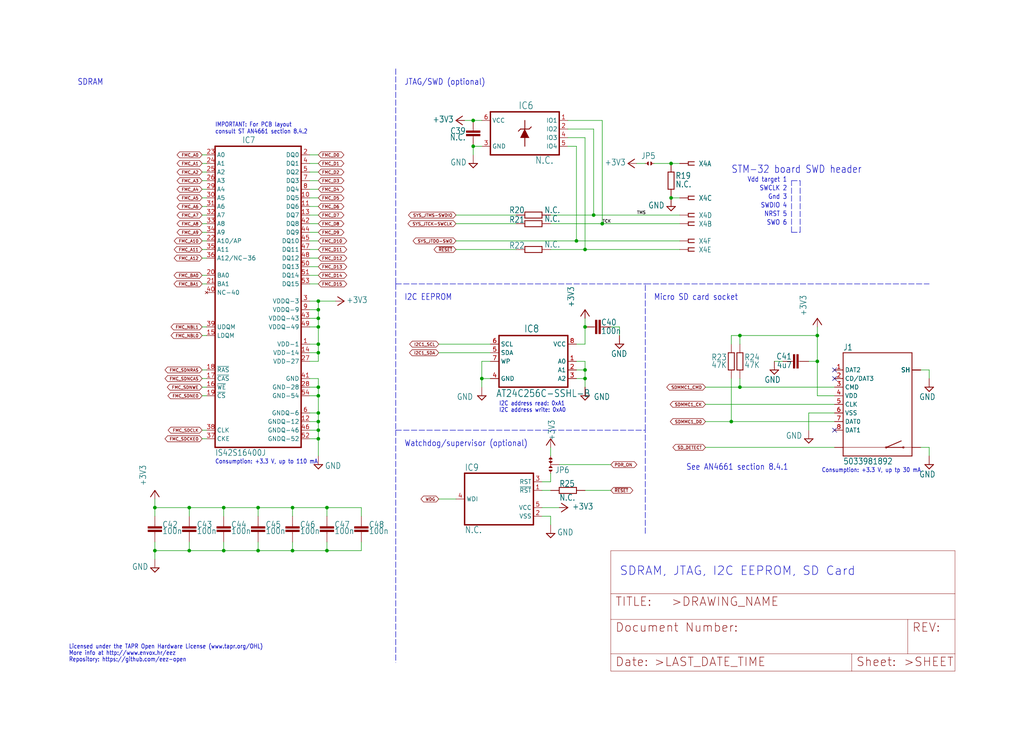
<source format=kicad_sch>
(kicad_sch (version 20211123) (generator eeschema)
  (paper "User" 302.311 218.491)
  (lib_symbols
    (symbol "EEZ_DIB_MCU_r3B4-eagle-import:+3V3" (power)
      (property "Value" "+3V3" (at -2.54 -5.08 90))
      (symbol "+3V3_1_0"
        (pin power_in line (at 0 -2.54 90) (length 2.54) (name "+3V3") (number "1"))
      )
    )
    (symbol "EEZ_DIB_MCU_r3B4-eagle-import:5033981892D&M"
      (property "Reference" "J" (at -10.16 15.875 0))
      (property "Value" "5033981892D&M" (at -10.16 -17.78 0))
      (symbol "5033981892D&M_1_0"
        (pin passive line (at -12.7 10.16 0) (length 2.54) (name "DAT2") (number "1"))
        (pin passive line (at -12.7 7.62 0) (length 2.54) (name "CD/DAT3") (number "2"))
        (pin passive line (at -12.7 5.08 0) (length 2.54) (name "CMD") (number "3"))
        (pin power_in line (at -12.7 2.54 0) (length 2.54) (name "VDD") (number "4"))
        (pin passive line (at -12.7 0 0) (length 2.54) (name "CLK") (number "5"))
        (pin power_in line (at -12.7 -2.54 0) (length 2.54) (name "VSS") (number "6"))
        (pin passive line (at -12.7 -5.08 0) (length 2.54) (name "DAT0") (number "7"))
        (pin passive line (at -12.7 -7.62 0) (length 2.54) (name "DAT1") (number "8"))
        (pin passive line (at 12.7 10.16 180) (length 2.54) (name "SH") (number "S"))
        (pin passive line (at 12.7 10.16 180) (length 2.54) (name "SH") (number "S1"))
        (pin passive line (at 12.7 10.16 180) (length 2.54) (name "SH") (number "S2"))
        (pin passive line (at 12.7 10.16 180) (length 2.54) (name "SH") (number "S3"))
        (pin passive line (at -12.7 -12.7 0) (length 2.54) (name "SW1") (number "SW1"))
        (pin passive line (at 12.7 -12.7 180) (length 2.54) (name "SW2") (number "SW2"))
      )
    )
    (symbol "EEZ_DIB_MCU_r3B4-eagle-import:AT24CXXSOIC8"
      (property "Reference" "IC" (at -5.3594 8.4836 0))
      (property "Value" "AT24CXXSOIC8" (at -5.9944 -10.5918 0))
      (symbol "AT24CXXSOIC8_1_0"
        (pin input line (at 12.7 0 180) (length 2.54) (name "A0") (number "1"))
        (pin input line (at 12.7 -2.54 180) (length 2.54) (name "A1") (number "2"))
        (pin input line (at 12.7 -5.08 180) (length 2.54) (name "A2") (number "3"))
        (pin passive line (at -12.7 -5.08 0) (length 2.54) (name "GND") (number "4"))
        (pin bidirectional line (at -12.7 2.54 0) (length 2.54) (name "SDA") (number "5"))
        (pin bidirectional line (at -12.7 5.08 0) (length 2.54) (name "SCL") (number "6"))
        (pin input line (at -12.7 0 0) (length 2.54) (name "WP") (number "7"))
        (pin power_in line (at 12.7 5.08 180) (length 2.54) (name "VCC") (number "8"))
      )
    )
    (symbol "EEZ_DIB_MCU_r3B4-eagle-import:C-EUC0603"
      (property "Reference" "C" (at 1.524 0.381 0))
      (property "Value" "C-EUC0603" (at 1.524 -4.699 0))
      (symbol "C-EUC0603_1_0"
        (pin passive line (at 0 2.54 270) (length 2.54) (name "1") (number "1"))
        (pin passive line (at 0 -5.08 90) (length 2.54) (name "2") (number "2"))
      )
    )
    (symbol "EEZ_DIB_MCU_r3B4-eagle-import:C-EUC1206"
      (property "Reference" "C" (at 1.524 0.381 0))
      (property "Value" "C-EUC1206" (at 1.524 -4.699 0))
      (symbol "C-EUC1206_1_0"
        (pin passive line (at 0 2.54 270) (length 2.54) (name "1") (number "1"))
        (pin passive line (at 0 -5.08 90) (length 2.54) (name "2") (number "2"))
      )
    )
    (symbol "EEZ_DIB_MCU_r3B4-eagle-import:DINA4_L"
      (symbol "DINA4_L_2_0"
        (text ">DRAWING_NAME" (at 17.78 19.05 0) (effects (font (size 2.54 2.54)) (justify left bottom)))
        (text ">LAST_DATE_TIME" (at 12.7 1.27 0) (effects (font (size 2.54 2.54)) (justify left bottom)))
        (text ">SHEET" (at 86.36 1.27 0) (effects (font (size 2.54 2.54)) (justify left bottom)))
        (text "Date:" (at 1.27 1.27 0) (effects (font (size 2.54 2.54)) (justify left bottom)))
        (text "Document Number:" (at 1.27 11.43 0) (effects (font (size 2.54 2.54)) (justify left bottom)))
        (text "REV:" (at 88.9 11.43 0) (effects (font (size 2.54 2.54)) (justify left bottom)))
        (text "Sheet:" (at 72.39 1.27 0) (effects (font (size 2.54 2.54)) (justify left bottom)))
        (text "TITLE:" (at 1.27 19.05 0) (effects (font (size 2.54 2.54)) (justify left bottom)))
      )
    )
    (symbol "EEZ_DIB_MCU_r3B4-eagle-import:GND" (power)
      (property "Value" "GND" (at -1.905 -3.175 0))
      (symbol "GND_1_0"
        (pin power_in line (at 0 2.54 270) (length 2.54) (name "GND") (number "1"))
      )
    )
    (symbol "EEZ_DIB_MCU_r3B4-eagle-import:IS42S16400"
      (property "Reference" "IC" (at -4.7244 44.0436 0))
      (property "Value" "IS42S16400" (at -5.3594 -48.6664 0))
      (symbol "IS42S16400_1_0"
        (pin power_in line (at 15.24 -15.24 180) (length 2.54) (name "VDD-1") (number "1"))
        (pin bidirectional line (at 15.24 27.94 180) (length 2.54) (name "DQ5") (number "10"))
        (pin bidirectional line (at 15.24 25.4 180) (length 2.54) (name "DQ6") (number "11"))
        (pin power_in line (at 15.24 -38.1 180) (length 2.54) (name "GNDQ-12") (number "12"))
        (pin bidirectional line (at 15.24 22.86 180) (length 2.54) (name "DQ7") (number "13"))
        (pin power_in line (at 15.24 -17.78 180) (length 2.54) (name "VDD-14") (number "14"))
        (pin input line (at -15.24 -12.7 0) (length 2.54) (name "LDQM") (number "15"))
        (pin input line (at -15.24 -27.94 0) (length 2.54) (name "~{WE}") (number "16"))
        (pin input line (at -15.24 -25.4 0) (length 2.54) (name "~{CAS}") (number "17"))
        (pin input line (at -15.24 -22.86 0) (length 2.54) (name "~{RAS}") (number "18"))
        (pin input line (at -15.24 -30.48 0) (length 2.54) (name "~{CS}") (number "19"))
        (pin bidirectional line (at 15.24 40.64 180) (length 2.54) (name "DQ0") (number "2"))
        (pin input line (at -15.24 5.08 0) (length 2.54) (name "BA0") (number "20"))
        (pin input line (at -15.24 2.54 0) (length 2.54) (name "BA1") (number "21"))
        (pin input line (at -15.24 15.24 0) (length 2.54) (name "A10/AP") (number "22"))
        (pin input line (at -15.24 40.64 0) (length 2.54) (name "A0") (number "23"))
        (pin input line (at -15.24 38.1 0) (length 2.54) (name "A1") (number "24"))
        (pin input line (at -15.24 35.56 0) (length 2.54) (name "A2") (number "25"))
        (pin input line (at -15.24 33.02 0) (length 2.54) (name "A3") (number "26"))
        (pin power_in line (at 15.24 -20.32 180) (length 2.54) (name "VDD-27") (number "27"))
        (pin power_in line (at 15.24 -27.94 180) (length 2.54) (name "GND-28") (number "28"))
        (pin input line (at -15.24 30.48 0) (length 2.54) (name "A4") (number "29"))
        (pin power_in line (at 15.24 -2.54 180) (length 2.54) (name "VDDQ-3") (number "3"))
        (pin input line (at -15.24 27.94 0) (length 2.54) (name "A5") (number "30"))
        (pin input line (at -15.24 25.4 0) (length 2.54) (name "A6") (number "31"))
        (pin input line (at -15.24 22.86 0) (length 2.54) (name "A7") (number "32"))
        (pin input line (at -15.24 20.32 0) (length 2.54) (name "A8") (number "33"))
        (pin input line (at -15.24 17.78 0) (length 2.54) (name "A9") (number "34"))
        (pin input line (at -15.24 12.7 0) (length 2.54) (name "A11") (number "35"))
        (pin passive line (at -15.24 10.16 0) (length 2.54) (name "A12/NC-36") (number "36"))
        (pin input line (at -15.24 -43.18 0) (length 2.54) (name "CKE") (number "37"))
        (pin input line (at -15.24 -40.64 0) (length 2.54) (name "CLK") (number "38"))
        (pin input line (at -15.24 -10.16 0) (length 2.54) (name "UDQM") (number "39"))
        (pin bidirectional line (at 15.24 38.1 180) (length 2.54) (name "DQ1") (number "4"))
        (pin no_connect line (at -15.24 0 0) (length 2.54) (name "NC-40") (number "40"))
        (pin power_in line (at 15.24 -25.4 180) (length 2.54) (name "GND") (number "41"))
        (pin bidirectional line (at 15.24 20.32 180) (length 2.54) (name "DQ8") (number "42"))
        (pin power_in line (at 15.24 -7.62 180) (length 2.54) (name "VDDQ-43") (number "43"))
        (pin bidirectional line (at 15.24 17.78 180) (length 2.54) (name "DQ9") (number "44"))
        (pin bidirectional line (at 15.24 15.24 180) (length 2.54) (name "DQ10") (number "45"))
        (pin power_in line (at 15.24 -40.64 180) (length 2.54) (name "GNDQ-46") (number "46"))
        (pin bidirectional line (at 15.24 12.7 180) (length 2.54) (name "DQ11") (number "47"))
        (pin bidirectional line (at 15.24 10.16 180) (length 2.54) (name "DQ12") (number "48"))
        (pin power_in line (at 15.24 -10.16 180) (length 2.54) (name "VDDQ-49") (number "49"))
        (pin bidirectional line (at 15.24 35.56 180) (length 2.54) (name "DQ2") (number "5"))
        (pin bidirectional line (at 15.24 7.62 180) (length 2.54) (name "DQ13") (number "50"))
        (pin bidirectional line (at 15.24 5.08 180) (length 2.54) (name "DQ14") (number "51"))
        (pin power_in line (at 15.24 -43.18 180) (length 2.54) (name "GNDQ-52") (number "52"))
        (pin bidirectional line (at 15.24 2.54 180) (length 2.54) (name "DQ15") (number "53"))
        (pin power_in line (at 15.24 -30.48 180) (length 2.54) (name "GND-54") (number "54"))
        (pin power_in line (at 15.24 -35.56 180) (length 2.54) (name "GNDQ-6") (number "6"))
        (pin bidirectional line (at 15.24 33.02 180) (length 2.54) (name "DQ3") (number "7"))
        (pin bidirectional line (at 15.24 30.48 180) (length 2.54) (name "DQ4") (number "8"))
        (pin power_in line (at 15.24 -5.08 180) (length 2.54) (name "VDDQ-9") (number "9"))
      )
    )
    (symbol "EEZ_DIB_MCU_r3B4-eagle-import:JP2-CUT"
      (property "Reference" "JP" (at -3.175 1.27 0))
      (symbol "JP2-CUT_1_0"
        (pin passive line (at 0 0 270) (length 0) (name "1") (number "1"))
        (pin passive line (at 2.54 0 270) (length 0) (name "2") (number "2"))
      )
    )
    (symbol "EEZ_DIB_MCU_r3B4-eagle-import:JP3-CUT-0805-ROTATED"
      (property "Reference" "JP" (at -3.81 3.175 0))
      (symbol "JP3-CUT-0805-ROTATED_1_0"
        (pin passive line (at 2.54 0 180) (length 2.54) (name "COM") (number "COM"))
        (pin passive line (at 0 -2.54 180) (length 0) (name "NC") (number "NC"))
        (pin passive line (at 0 2.54 180) (length 0) (name "NO") (number "NO"))
      )
    )
    (symbol "EEZ_DIB_MCU_r3B4-eagle-import:R-EU_R0805"
      (property "Reference" "R" (at -3.81 1.4986 0))
      (property "Value" "R-EU_R0805" (at -3.81 -3.302 0))
      (symbol "R-EU_R0805_1_0"
        (pin passive line (at -5.08 0 0) (length 2.54) (name "1") (number "1"))
        (pin passive line (at 5.08 0 180) (length 2.54) (name "2") (number "2"))
      )
    )
    (symbol "EEZ_DIB_MCU_r3B4-eagle-import:SSW-106-02-S-S"
      (property "Reference" "X" (at -3.048 0.762 0))
      (symbol "SSW-106-02-S-S_1_0"
        (pin passive line (at 2.54 0 180) (length 2.54) (name "1") (number "1"))
      )
      (symbol "SSW-106-02-S-S_2_0"
        (pin passive line (at 2.54 0 180) (length 2.54) (name "1") (number "2"))
      )
      (symbol "SSW-106-02-S-S_3_0"
        (pin passive line (at 2.54 0 180) (length 2.54) (name "1") (number "3"))
      )
      (symbol "SSW-106-02-S-S_4_0"
        (pin passive line (at 2.54 0 180) (length 2.54) (name "1") (number "4"))
      )
      (symbol "SSW-106-02-S-S_5_0"
        (pin passive line (at 2.54 0 180) (length 2.54) (name "1") (number "5"))
      )
      (symbol "SSW-106-02-S-S_6_0"
        (pin passive line (at 2.54 0 180) (length 2.54) (name "1") (number "6"))
      )
    )
    (symbol "EEZ_DIB_MCU_r3B4-eagle-import:STM6824"
      (property "Reference" "IC" (at -10.16 8.255 0))
      (property "Value" "STM6824" (at -10.16 -10.16 0))
      (symbol "STM6824_1_0"
        (pin output line (at 12.7 2.54 180) (length 2.54) (name "~{RST}") (number "1"))
        (pin power_in line (at 12.7 -5.08 180) (length 2.54) (name "VSS") (number "2"))
        (pin output line (at 12.7 5.08 180) (length 2.54) (name "RST") (number "3"))
        (pin input line (at -12.7 0 0) (length 2.54) (name "WDI") (number "4"))
        (pin power_in line (at 12.7 -2.54 180) (length 2.54) (name "VCC") (number "5"))
      )
    )
    (symbol "EEZ_DIB_MCU_r3B4-eagle-import:TPD4E001-DRL"
      (property "Reference" "IC" (at -5.207 5.7912 0))
      (property "Value" "TPD4E001-DRL" (at -6.0452 -10.3378 0))
      (symbol "TPD4E001-DRL_1_0"
        (pin bidirectional line (at -12.7 2.54 0) (length 2.54) (name "IO1") (number "1"))
        (pin bidirectional line (at -12.7 0 0) (length 2.54) (name "IO2") (number "2"))
        (pin power_in line (at 12.7 -5.08 180) (length 2.54) (name "GND") (number "3"))
        (pin bidirectional line (at -12.7 -2.54 0) (length 2.54) (name "IO3") (number "4"))
        (pin bidirectional line (at -12.7 -5.08 0) (length 2.54) (name "IO4") (number "5"))
        (pin passive line (at 12.7 2.54 180) (length 2.54) (name "VCC") (number "6"))
      )
    )
  )
  (junction (at 93.98 91.44))
  (junction (at 172.72 109.22))
  (junction (at 93.98 129.54))
  (junction (at 66.04 149.86))
  (junction (at 172.72 96.52))
  (junction (at 142.24 111.76))
  (junction (at 93.98 96.52))
  (junction (at 218.44 114.3))
  (junction (at 86.36 162.56))
  (junction (at 93.98 127))
  (junction (at 177.8 66.04))
  (junction (at 96.52 162.56))
  (junction (at 139.7 43.18))
  (junction (at 76.2 162.56))
  (junction (at 93.98 88.9))
  (junction (at 55.88 149.86))
  (junction (at 198.12 58.42))
  (junction (at 170.18 71.12))
  (junction (at 241.3 106.68))
  (junction (at 93.98 114.3))
  (junction (at 93.98 116.84))
  (junction (at 215.9 124.46))
  (junction (at 172.72 111.76))
  (junction (at 55.88 162.56))
  (junction (at 198.12 48.26))
  (junction (at 93.98 93.98))
  (junction (at 93.98 101.6))
  (junction (at 172.72 73.66))
  (junction (at 93.98 104.14))
  (junction (at 139.7 35.56))
  (junction (at 241.3 99.06))
  (junction (at 175.26 63.5))
  (junction (at 93.98 121.92))
  (junction (at 96.52 149.86))
  (junction (at 66.04 162.56))
  (junction (at 93.98 124.46))
  (junction (at 218.44 99.06))
  (junction (at 86.36 149.86))
  (junction (at 45.72 162.56))
  (junction (at 76.2 149.86))
  (junction (at 45.72 149.86))
  (no_connect (at 246.38 127))
  (no_connect (at 246.38 111.76))
  (no_connect (at 246.38 109.22))
  (wire (pts (xy 93.98 129.54) (xy 91.44 129.54)))
  (polyline (pts (xy 233.68 68.58) (xy 236.22 68.58)))
  (wire (pts (xy 172.72 73.66) (xy 162.56 73.66)))
  (wire (pts (xy 91.44 73.66) (xy 93.98 73.66)))
  (wire (pts (xy 200.66 63.5) (xy 175.26 63.5)))
  (wire (pts (xy 60.96 129.54) (xy 59.69 129.54)))
  (wire (pts (xy 91.44 111.76) (xy 93.98 111.76)))
  (wire (pts (xy 55.88 162.56) (xy 66.04 162.56)))
  (wire (pts (xy 60.96 109.22) (xy 59.69 109.22)))
  (wire (pts (xy 91.44 60.96) (xy 93.98 60.96)))
  (wire (pts (xy 160.02 144.78) (xy 162.56 144.78)))
  (wire (pts (xy 91.44 50.8) (xy 93.98 50.8)))
  (wire (pts (xy 172.72 109.22) (xy 172.72 111.76)))
  (wire (pts (xy 93.98 93.98) (xy 93.98 96.52)))
  (wire (pts (xy 177.8 35.56) (xy 177.8 66.04)))
  (wire (pts (xy 96.52 149.86) (xy 96.52 152.4)))
  (wire (pts (xy 200.66 73.66) (xy 172.72 73.66)))
  (wire (pts (xy 60.96 81.28) (xy 59.69 81.28)))
  (wire (pts (xy 60.96 99.06) (xy 59.69 99.06)))
  (wire (pts (xy 76.2 162.56) (xy 76.2 160.02)))
  (wire (pts (xy 91.44 53.34) (xy 93.98 53.34)))
  (wire (pts (xy 45.72 149.86) (xy 55.88 149.86)))
  (wire (pts (xy 152.4 63.5) (xy 134.62 63.5)))
  (wire (pts (xy 218.44 99.06) (xy 215.9 99.06)))
  (wire (pts (xy 180.34 96.52) (xy 182.88 96.52)))
  (wire (pts (xy 91.44 116.84) (xy 93.98 116.84)))
  (wire (pts (xy 76.2 152.4) (xy 76.2 149.86)))
  (wire (pts (xy 59.69 76.2) (xy 60.96 76.2)))
  (wire (pts (xy 172.72 144.78) (xy 180.34 144.78)))
  (wire (pts (xy 246.38 116.84) (xy 241.3 116.84)))
  (wire (pts (xy 106.68 162.56) (xy 106.68 160.02)))
  (wire (pts (xy 91.44 114.3) (xy 93.98 114.3)))
  (wire (pts (xy 91.44 81.28) (xy 93.98 81.28)))
  (wire (pts (xy 91.44 93.98) (xy 93.98 93.98)))
  (wire (pts (xy 246.38 132.08) (xy 208.28 132.08)))
  (wire (pts (xy 93.98 101.6) (xy 93.98 104.14)))
  (wire (pts (xy 172.72 40.64) (xy 172.72 73.66)))
  (polyline (pts (xy 116.84 83.82) (xy 116.84 127)))
  (wire (pts (xy 76.2 149.86) (xy 86.36 149.86)))
  (wire (pts (xy 93.98 124.46) (xy 93.98 127)))
  (wire (pts (xy 60.96 96.52) (xy 59.69 96.52)))
  (wire (pts (xy 86.36 152.4) (xy 86.36 149.86)))
  (wire (pts (xy 218.44 101.6) (xy 218.44 99.06)))
  (wire (pts (xy 91.44 121.92) (xy 93.98 121.92)))
  (wire (pts (xy 93.98 88.9) (xy 93.98 91.44)))
  (wire (pts (xy 96.52 162.56) (xy 96.52 160.02)))
  (wire (pts (xy 91.44 55.88) (xy 93.98 55.88)))
  (wire (pts (xy 59.69 58.42) (xy 60.96 58.42)))
  (wire (pts (xy 59.69 71.12) (xy 60.96 71.12)))
  (wire (pts (xy 142.24 106.68) (xy 144.78 106.68)))
  (wire (pts (xy 200.66 66.04) (xy 177.8 66.04)))
  (wire (pts (xy 177.8 66.04) (xy 162.56 66.04)))
  (wire (pts (xy 91.44 127) (xy 93.98 127)))
  (wire (pts (xy 55.88 149.86) (xy 66.04 149.86)))
  (wire (pts (xy 86.36 149.86) (xy 96.52 149.86)))
  (wire (pts (xy 91.44 63.5) (xy 93.98 63.5)))
  (wire (pts (xy 200.66 71.12) (xy 170.18 71.12)))
  (wire (pts (xy 246.38 121.92) (xy 238.76 121.92)))
  (wire (pts (xy 45.72 149.86) (xy 45.72 147.32)))
  (wire (pts (xy 172.72 101.6) (xy 170.18 101.6)))
  (wire (pts (xy 200.66 58.42) (xy 198.12 58.42)))
  (wire (pts (xy 93.98 96.52) (xy 93.98 101.6)))
  (wire (pts (xy 66.04 162.56) (xy 66.04 160.02)))
  (wire (pts (xy 170.18 71.12) (xy 134.62 71.12)))
  (wire (pts (xy 59.69 68.58) (xy 60.96 68.58)))
  (wire (pts (xy 193.04 48.26) (xy 198.12 48.26)))
  (wire (pts (xy 142.24 111.76) (xy 142.24 114.3)))
  (polyline (pts (xy 190.5 127) (xy 190.5 83.82)))
  (wire (pts (xy 218.44 111.76) (xy 218.44 114.3)))
  (wire (pts (xy 93.98 116.84) (xy 93.98 121.92)))
  (wire (pts (xy 129.54 147.32) (xy 134.62 147.32)))
  (wire (pts (xy 93.98 88.9) (xy 99.06 88.9)))
  (wire (pts (xy 139.7 35.56) (xy 137.16 35.56)))
  (wire (pts (xy 96.52 149.86) (xy 106.68 149.86)))
  (wire (pts (xy 144.78 104.14) (xy 129.54 104.14)))
  (wire (pts (xy 91.44 104.14) (xy 93.98 104.14)))
  (wire (pts (xy 218.44 114.3) (xy 208.28 114.3)))
  (wire (pts (xy 190.5 48.26) (xy 187.96 48.26)))
  (wire (pts (xy 93.98 104.14) (xy 93.98 106.68)))
  (wire (pts (xy 172.72 114.3) (xy 172.72 111.76)))
  (polyline (pts (xy 190.5 157.48) (xy 190.5 127)))
  (wire (pts (xy 241.3 106.68) (xy 241.3 99.06)))
  (wire (pts (xy 142.24 43.18) (xy 139.7 43.18)))
  (wire (pts (xy 66.04 152.4) (xy 66.04 149.86)))
  (wire (pts (xy 86.36 162.56) (xy 96.52 162.56)))
  (wire (pts (xy 172.72 93.98) (xy 172.72 96.52)))
  (wire (pts (xy 162.56 142.24) (xy 160.02 142.24)))
  (wire (pts (xy 182.88 99.06) (xy 182.88 96.52)))
  (wire (pts (xy 215.9 99.06) (xy 215.9 101.6)))
  (wire (pts (xy 144.78 111.76) (xy 142.24 111.76)))
  (polyline (pts (xy 236.22 68.58) (xy 236.22 53.34)))
  (wire (pts (xy 91.44 48.26) (xy 93.98 48.26)))
  (wire (pts (xy 170.18 106.68) (xy 172.72 106.68)))
  (wire (pts (xy 144.78 101.6) (xy 129.54 101.6)))
  (polyline (pts (xy 116.84 127) (xy 190.5 127)))
  (wire (pts (xy 60.96 116.84) (xy 59.69 116.84)))
  (wire (pts (xy 139.7 43.18) (xy 139.7 45.72)))
  (wire (pts (xy 93.98 114.3) (xy 93.98 116.84)))
  (wire (pts (xy 93.98 127) (xy 93.98 129.54)))
  (wire (pts (xy 175.26 63.5) (xy 162.56 63.5)))
  (wire (pts (xy 106.68 149.86) (xy 106.68 152.4)))
  (wire (pts (xy 60.96 83.82) (xy 59.69 83.82)))
  (wire (pts (xy 55.88 162.56) (xy 55.88 160.02)))
  (wire (pts (xy 93.98 134.62) (xy 93.98 129.54)))
  (wire (pts (xy 91.44 124.46) (xy 93.98 124.46)))
  (wire (pts (xy 238.76 121.92) (xy 238.76 127)))
  (wire (pts (xy 160.02 152.4) (xy 162.56 152.4)))
  (wire (pts (xy 86.36 162.56) (xy 86.36 160.02)))
  (wire (pts (xy 55.88 152.4) (xy 55.88 149.86)))
  (wire (pts (xy 91.44 76.2) (xy 93.98 76.2)))
  (wire (pts (xy 59.69 45.72) (xy 60.96 45.72)))
  (wire (pts (xy 218.44 99.06) (xy 241.3 99.06)))
  (polyline (pts (xy 190.5 83.82) (xy 274.32 83.82)))
  (wire (pts (xy 172.72 106.68) (xy 172.72 109.22)))
  (wire (pts (xy 172.72 111.76) (xy 170.18 111.76)))
  (wire (pts (xy 165.1 149.86) (xy 160.02 149.86)))
  (wire (pts (xy 91.44 91.44) (xy 93.98 91.44)))
  (wire (pts (xy 45.72 165.1) (xy 45.72 162.56)))
  (wire (pts (xy 142.24 106.68) (xy 142.24 111.76)))
  (wire (pts (xy 241.3 99.06) (xy 241.3 96.52)))
  (wire (pts (xy 45.72 152.4) (xy 45.72 149.86)))
  (wire (pts (xy 91.44 68.58) (xy 93.98 68.58)))
  (wire (pts (xy 60.96 114.3) (xy 59.69 114.3)))
  (wire (pts (xy 59.69 48.26) (xy 60.96 48.26)))
  (wire (pts (xy 66.04 149.86) (xy 76.2 149.86)))
  (wire (pts (xy 274.32 111.76) (xy 274.32 109.22)))
  (wire (pts (xy 59.69 53.34) (xy 60.96 53.34)))
  (wire (pts (xy 59.69 50.8) (xy 60.96 50.8)))
  (wire (pts (xy 59.69 63.5) (xy 60.96 63.5)))
  (wire (pts (xy 91.44 78.74) (xy 93.98 78.74)))
  (wire (pts (xy 60.96 111.76) (xy 59.69 111.76)))
  (wire (pts (xy 167.64 38.1) (xy 175.26 38.1)))
  (wire (pts (xy 66.04 162.56) (xy 76.2 162.56)))
  (wire (pts (xy 271.78 109.22) (xy 274.32 109.22)))
  (wire (pts (xy 93.98 121.92) (xy 93.98 124.46)))
  (wire (pts (xy 241.3 106.68) (xy 238.76 106.68)))
  (wire (pts (xy 274.32 132.08) (xy 274.32 134.62)))
  (wire (pts (xy 152.4 73.66) (xy 134.62 73.66)))
  (wire (pts (xy 59.69 73.66) (xy 60.96 73.66)))
  (wire (pts (xy 162.56 134.62) (xy 162.56 132.08)))
  (wire (pts (xy 152.4 66.04) (xy 134.62 66.04)))
  (wire (pts (xy 215.9 124.46) (xy 208.28 124.46)))
  (wire (pts (xy 215.9 111.76) (xy 215.9 124.46)))
  (wire (pts (xy 91.44 58.42) (xy 93.98 58.42)))
  (wire (pts (xy 45.72 162.56) (xy 45.72 160.02)))
  (wire (pts (xy 60.96 127) (xy 59.69 127)))
  (wire (pts (xy 91.44 71.12) (xy 93.98 71.12)))
  (wire (pts (xy 175.26 38.1) (xy 175.26 63.5)))
  (wire (pts (xy 91.44 45.72) (xy 93.98 45.72)))
  (wire (pts (xy 162.56 152.4) (xy 162.56 154.94)))
  (wire (pts (xy 59.69 60.96) (xy 60.96 60.96)))
  (wire (pts (xy 91.44 83.82) (xy 93.98 83.82)))
  (wire (pts (xy 91.44 96.52) (xy 93.98 96.52)))
  (wire (pts (xy 91.44 88.9) (xy 93.98 88.9)))
  (polyline (pts (xy 233.68 68.58) (xy 233.68 53.34)))
  (wire (pts (xy 167.64 35.56) (xy 177.8 35.56)))
  (wire (pts (xy 231.14 106.68) (xy 228.6 106.68)))
  (polyline (pts (xy 233.68 53.34) (xy 236.22 53.34)))
  (wire (pts (xy 142.24 35.56) (xy 139.7 35.56)))
  (polyline (pts (xy 116.84 20.32) (xy 116.84 83.82)))
  (wire (pts (xy 45.72 162.56) (xy 55.88 162.56)))
  (wire (pts (xy 172.72 96.52) (xy 172.72 101.6)))
  (polyline (pts (xy 116.84 127) (xy 116.84 195.58)))
  (wire (pts (xy 246.38 114.3) (xy 218.44 114.3)))
  (wire (pts (xy 241.3 106.68) (xy 241.3 116.84)))
  (wire (pts (xy 162.56 139.7) (xy 162.56 142.24)))
  (wire (pts (xy 167.64 40.64) (xy 172.72 40.64)))
  (wire (pts (xy 200.66 48.26) (xy 198.12 48.26)))
  (wire (pts (xy 93.98 91.44) (xy 93.98 93.98)))
  (wire (pts (xy 271.78 132.08) (xy 274.32 132.08)))
  (wire (pts (xy 165.1 137.16) (xy 180.34 137.16)))
  (wire (pts (xy 93.98 111.76) (xy 93.98 114.3)))
  (wire (pts (xy 96.52 162.56) (xy 106.68 162.56)))
  (wire (pts (xy 170.18 43.18) (xy 170.18 71.12)))
  (wire (pts (xy 59.69 55.88) (xy 60.96 55.88)))
  (wire (pts (xy 93.98 106.68) (xy 91.44 106.68)))
  (polyline (pts (xy 116.84 83.82) (xy 190.5 83.82)))
  (wire (pts (xy 91.44 66.04) (xy 93.98 66.04)))
  (wire (pts (xy 167.64 43.18) (xy 170.18 43.18)))
  (wire (pts (xy 215.9 124.46) (xy 246.38 124.46)))
  (wire (pts (xy 59.69 66.04) (xy 60.96 66.04)))
  (wire (pts (xy 170.18 109.22) (xy 172.72 109.22)))
  (wire (pts (xy 76.2 162.56) (xy 86.36 162.56)))
  (wire (pts (xy 91.44 101.6) (xy 93.98 101.6)))
  (wire (pts (xy 208.28 119.38) (xy 246.38 119.38)))
  (text "Gnd 3" (at 232.41 59.055 180) (effects (font (size 1.4224 1.209)) (justify right bottom)))
  (text "See AN4661 section 8.4.1" (at 202.565 139.065 180) (effects (font (size 1.778 1.5113)) (justify left bottom)))
  (text "SWDIO 4" (at 232.41 61.595 180) (effects (font (size 1.4224 1.209)) (justify right bottom)))
  (text "Watchdog/supervisor (optional)" (at 119.38 132.08 180) (effects (font (size 1.778 1.5113)) (justify left bottom)))
  (text "More info at http://www.envox.hr/eez" (at 20.32 193.675 180) (effects (font (size 1.27 1.0795)) (justify left bottom)))
  (text "I2C EEPROM" (at 119.38 88.9 180) (effects (font (size 1.778 1.5113)) (justify left bottom)))
  (text "SWCLK 2" (at 232.41 56.515 180) (effects (font (size 1.4224 1.209)) (justify right bottom)))
  (text "JTAG/SWD (optional)" (at 119.38 25.4 180) (effects (font (size 1.778 1.5113)) (justify left bottom)))
  (text "Consumption: +3.3 V, up tp 30 mA" (at 242.57 139.7 180) (effects (font (size 1.27 1.0795)) (justify left bottom)))
  (text "Micro SD card socket" (at 193.04 88.9 180) (effects (font (size 1.778 1.5113)) (justify left bottom)))
  (text "SWO 6" (at 232.41 66.675 180) (effects (font (size 1.4224 1.209)) (justify right bottom)))
  (text "SDRAM, JTAG, I2C EEPROM, SD Card" (at 182.88 170.18 180) (effects (font (size 2.54 2.54)) (justify left bottom)))
  (text "NRST 5" (at 232.41 64.135 180) (effects (font (size 1.4224 1.209)) (justify right bottom)))
  (text "I2C address read: 0xA1" (at 147.32 120.015 180) (effects (font (size 1.27 1.0795)) (justify left bottom)))
  (text "Licensed under the TAPR Open Hardware License (www.tapr.org/OHL)" (at 20.32 191.77 180) (effects (font (size 1.27 1.0795)) (justify left bottom)))
  (text "Repository: https://github.com/eez-open" (at 20.32 195.58 180) (effects (font (size 1.27 1.0795)) (justify left bottom)))
  (text "I2C address write: 0xA0" (at 147.32 121.92 180) (effects (font (size 1.27 1.0795)) (justify left bottom)))
  (text "IMPORTANT: For PCB layout\nconsult ST AN4661 section 8.4.2" (at 63.5 36.195 180) (effects (font (size 1.27 1.0795)) (justify left top)))
  (text "Consumption: +3.3 V, up to 110 mA" (at 63.5 137.16 180) (effects (font (size 1.27 1.0795)) (justify left bottom)))
  (text "Vdd target 1" (at 232.41 53.975 180) (effects (font (size 1.4224 1.209)) (justify right bottom)))
  (text "SDRAM" (at 22.86 25.4 180) (effects (font (size 1.778 1.5113)) (justify left bottom)))
  (text "STM-32 board SWD header" (at 215.9 51.435 180) (effects (font (size 2.1844 1.8567)) (justify left bottom)))
  (label "TMS" (at 187.96 63.5 0) (effects (font (size 0.889 0.889))))
  (label "TCK" (at 177.8 66.04 0) (effects (font (size 0.889 0.889))))
  (global_label "FMC_BA1" (shape bidirectional) (at 59.69 83.82 180) (effects (font (size 0.889 0.889))) (property "Intersheet References" "${INTERSHEET_REFS}" (effects hide)))
  (global_label "~{RESET}" (shape bidirectional) (at 134.62 73.66 180) (effects (font (size 0.889 0.889))) (property "Intersheet References" "${INTERSHEET_REFS}" (effects hide)))
  (global_label "FMC_D15" (shape bidirectional) (at 93.98 83.82 0) (effects (font (size 0.889 0.889))) (property "Intersheet References" "${INTERSHEET_REFS}" (effects hide)))
  (global_label "FMC_A6" (shape bidirectional) (at 59.69 60.96 180) (effects (font (size 0.889 0.889))) (property "Intersheet References" "${INTERSHEET_REFS}" (effects hide)))
  (global_label "FMC_A0" (shape bidirectional) (at 59.69 45.72 180) (effects (font (size 0.889 0.889))) (property "Intersheet References" "${INTERSHEET_REFS}" (effects hide)))
  (global_label "FMC_D3" (shape bidirectional) (at 93.98 53.34 0) (effects (font (size 0.889 0.889))) (property "Intersheet References" "${INTERSHEET_REFS}" (effects hide)))
  (global_label "SDMMC1_CK" (shape bidirectional) (at 208.28 119.38 180) (effects (font (size 0.889 0.889))) (property "Intersheet References" "${INTERSHEET_REFS}" (effects hide)))
  (global_label "FMC_A12" (shape bidirectional) (at 59.69 76.2 180) (effects (font (size 0.889 0.889))) (property "Intersheet References" "${INTERSHEET_REFS}" (effects hide)))
  (global_label "FMC_A4" (shape bidirectional) (at 59.69 55.88 180) (effects (font (size 0.889 0.889))) (property "Intersheet References" "${INTERSHEET_REFS}" (effects hide)))
  (global_label "FMC_SDCKE0" (shape bidirectional) (at 59.69 129.54 180) (effects (font (size 0.889 0.889))) (property "Intersheet References" "${INTERSHEET_REFS}" (effects hide)))
  (global_label "FMC_A8" (shape bidirectional) (at 59.69 66.04 180) (effects (font (size 0.889 0.889))) (property "Intersheet References" "${INTERSHEET_REFS}" (effects hide)))
  (global_label "FMC_BA0" (shape bidirectional) (at 59.69 81.28 180) (effects (font (size 0.889 0.889))) (property "Intersheet References" "${INTERSHEET_REFS}" (effects hide)))
  (global_label "FMC_D13" (shape bidirectional) (at 93.98 78.74 0) (effects (font (size 0.889 0.889))) (property "Intersheet References" "${INTERSHEET_REFS}" (effects hide)))
  (global_label "FMC_NBL1" (shape bidirectional) (at 59.69 96.52 180) (effects (font (size 0.889 0.889))) (property "Intersheet References" "${INTERSHEET_REFS}" (effects hide)))
  (global_label "FMC_NBL0" (shape bidirectional) (at 59.69 99.06 180) (effects (font (size 0.889 0.889))) (property "Intersheet References" "${INTERSHEET_REFS}" (effects hide)))
  (global_label "I2C1_SDA" (shape bidirectional) (at 129.54 104.14 180) (effects (font (size 0.889 0.889))) (property "Intersheet References" "${INTERSHEET_REFS}" (effects hide)))
  (global_label "SYS_JTMS-SWDIO" (shape bidirectional) (at 134.62 63.5 180) (effects (font (size 0.889 0.889))) (property "Intersheet References" "${INTERSHEET_REFS}" (effects hide)))
  (global_label "FMC_A5" (shape bidirectional) (at 59.69 58.42 180) (effects (font (size 0.889 0.889))) (property "Intersheet References" "${INTERSHEET_REFS}" (effects hide)))
  (global_label "FMC_A1" (shape bidirectional) (at 59.69 48.26 180) (effects (font (size 0.889 0.889))) (property "Intersheet References" "${INTERSHEET_REFS}" (effects hide)))
  (global_label "FMC_D9" (shape bidirectional) (at 93.98 68.58 0) (effects (font (size 0.889 0.889))) (property "Intersheet References" "${INTERSHEET_REFS}" (effects hide)))
  (global_label "FMC_SDNE0" (shape bidirectional) (at 59.69 116.84 180) (effects (font (size 0.889 0.889))) (property "Intersheet References" "${INTERSHEET_REFS}" (effects hide)))
  (global_label "I2C1_SCL" (shape bidirectional) (at 129.54 101.6 180) (effects (font (size 0.889 0.889))) (property "Intersheet References" "${INTERSHEET_REFS}" (effects hide)))
  (global_label "FMC_D5" (shape bidirectional) (at 93.98 58.42 0) (effects (font (size 0.889 0.889))) (property "Intersheet References" "${INTERSHEET_REFS}" (effects hide)))
  (global_label "FMC_A7" (shape bidirectional) (at 59.69 63.5 180) (effects (font (size 0.889 0.889))) (property "Intersheet References" "${INTERSHEET_REFS}" (effects hide)))
  (global_label "FMC_SDNWE" (shape bidirectional) (at 59.69 114.3 180) (effects (font (size 0.889 0.889))) (property "Intersheet References" "${INTERSHEET_REFS}" (effects hide)))
  (global_label "SYS_JTCK-SWCLK" (shape bidirectional) (at 134.62 66.04 180) (effects (font (size 0.889 0.889))) (property "Intersheet References" "${INTERSHEET_REFS}" (effects hide)))
  (global_label "FMC_SDNCAS" (shape bidirectional) (at 59.69 111.76 180) (effects (font (size 0.889 0.889))) (property "Intersheet References" "${INTERSHEET_REFS}" (effects hide)))
  (global_label "SDMMC1_D0" (shape bidirectional) (at 208.28 124.46 180) (effects (font (size 0.889 0.889))) (property "Intersheet References" "${INTERSHEET_REFS}" (effects hide)))
  (global_label "FMC_D14" (shape bidirectional) (at 93.98 81.28 0) (effects (font (size 0.889 0.889))) (property "Intersheet References" "${INTERSHEET_REFS}" (effects hide)))
  (global_label "FMC_A10" (shape bidirectional) (at 59.69 71.12 180) (effects (font (size 0.889 0.889))) (property "Intersheet References" "${INTERSHEET_REFS}" (effects hide)))
  (global_label "FMC_D4" (shape bidirectional) (at 93.98 55.88 0) (effects (font (size 0.889 0.889))) (property "Intersheet References" "${INTERSHEET_REFS}" (effects hide)))
  (global_label "FMC_A11" (shape bidirectional) (at 59.69 73.66 180) (effects (font (size 0.889 0.889))) (property "Intersheet References" "${INTERSHEET_REFS}" (effects hide)))
  (global_label "FMC_D11" (shape bidirectional) (at 93.98 73.66 0) (effects (font (size 0.889 0.889))) (property "Intersheet References" "${INTERSHEET_REFS}" (effects hide)))
  (global_label "FMC_A3" (shape bidirectional) (at 59.69 53.34 180) (effects (font (size 0.889 0.889))) (property "Intersheet References" "${INTERSHEET_REFS}" (effects hide)))
  (global_label "FMC_SDNRAS" (shape bidirectional) (at 59.69 109.22 180) (effects (font (size 0.889 0.889))) (property "Intersheet References" "${INTERSHEET_REFS}" (effects hide)))
  (global_label "SYS_JTDO-SWO" (shape bidirectional) (at 134.62 71.12 180) (effects (font (size 0.889 0.889))) (property "Intersheet References" "${INTERSHEET_REFS}" (effects hide)))
  (global_label "PDR_ON" (shape bidirectional) (at 180.34 137.16 0) (effects (font (size 0.889 0.889))) (property "Intersheet References" "${INTERSHEET_REFS}" (effects hide)))
  (global_label "FMC_D1" (shape bidirectional) (at 93.98 48.26 0) (effects (font (size 0.889 0.889))) (property "Intersheet References" "${INTERSHEET_REFS}" (effects hide)))
  (global_label "FMC_D8" (shape bidirectional) (at 93.98 66.04 0) (effects (font (size 0.889 0.889))) (property "Intersheet References" "${INTERSHEET_REFS}" (effects hide)))
  (global_label "FMC_A2" (shape bidirectional) (at 59.69 50.8 180) (effects (font (size 0.889 0.889))) (property "Intersheet References" "${INTERSHEET_REFS}" (effects hide)))
  (global_label "FMC_SDCLK" (shape bidirectional) (at 59.69 127 180) (effects (font (size 0.889 0.889))) (property "Intersheet References" "${INTERSHEET_REFS}" (effects hide)))
  (global_label "FMC_D7" (shape bidirectional) (at 93.98 63.5 0) (effects (font (size 0.889 0.889))) (property "Intersheet References" "${INTERSHEET_REFS}" (effects hide)))
  (global_label "SDMMC1_CMD" (shape bidirectional) (at 208.28 114.3 180) (effects (font (size 0.889 0.889))) (property "Intersheet References" "${INTERSHEET_REFS}" (effects hide)))
  (global_label "FMC_D6" (shape bidirectional) (at 93.98 60.96 0) (effects (font (size 0.889 0.889))) (property "Intersheet References" "${INTERSHEET_REFS}" (effects hide)))
  (global_label "FMC_A9" (shape bidirectional) (at 59.69 68.58 180) (effects (font (size 0.889 0.889))) (property "Intersheet References" "${INTERSHEET_REFS}" (effects hide)))
  (global_label "FMC_D10" (shape bidirectional) (at 93.98 71.12 0) (effects (font (size 0.889 0.889))) (property "Intersheet References" "${INTERSHEET_REFS}" (effects hide)))
  (global_label "SD_DETECT" (shape bidirectional) (at 208.28 132.08 180) (effects (font (size 0.889 0.889))) (property "Intersheet References" "${INTERSHEET_REFS}" (effects hide)))
  (global_label "WDG" (shape bidirectional) (at 129.54 147.32 180) (effects (font (size 0.889 0.889))) (property "Intersheet References" "${INTERSHEET_REFS}" (effects hide)))
  (global_label "FMC_D0" (shape bidirectional) (at 93.98 45.72 0) (effects (font (size 0.889 0.889))) (property "Intersheet References" "${INTERSHEET_REFS}" (effects hide)))
  (global_label "FMC_D2" (shape bidirectional) (at 93.98 50.8 0) (effects (font (size 0.889 0.889))) (property "Intersheet References" "${INTERSHEET_REFS}" (effects hide)))
  (global_label "FMC_D12" (shape bidirectional) (at 93.98 76.2 0) (effects (font (size 0.889 0.889))) (property "Intersheet References" "${INTERSHEET_REFS}" (effects hide)))
  (global_label "~{RESET}" (shape bidirectional) (at 180.34 144.78 0) (effects (font (size 0.889 0.889))) (property "Intersheet References" "${INTERSHEET_REFS}" (effects hide)))
  (symbol (lib_id "EEZ_DIB_MCU_r3B4-eagle-import:GND") (at 198.12 60.96 0) (mirror y) (unit 1)
    (property "Reference" "#SUPPLY035" (effects hide))
    (property "Value" "GND" (at 196.215 61.595 0) (effects (font (size 1.778 1.5113)) (justify left bottom)))
    (property "Footprint" "EEZ_DIB_MCU_r3B4:" (effects hide))
  )
  (symbol (lib_id "EEZ_DIB_MCU_r3B4-eagle-import:+3V3") (at 101.6 88.9 270) (unit 1)
    (property "Reference" "#+3V0317" (effects hide))
    (property "Value" "+3V3" (at 102.235 89.535 90) (effects (font (size 1.778 1.5113)) (justify left bottom)))
    (property "Footprint" "EEZ_DIB_MCU_r3B4:" (effects hide))
  )
  (symbol (lib_id "EEZ_DIB_MCU_r3B4-eagle-import:SSW-106-02-S-S") (at 203.2 71.12 0) (mirror y) (unit 6)
    (property "Reference" "X4" (at 206.248 70.358 0) (effects (font (size 1.524 1.2954)) (justify right top)))
    (property "Value" "N.C." (effects hide))
    (property "Footprint" "EEZ_DIB_MCU_r3B4:SSW-106-02-S-S" (effects hide))
  )
  (symbol (lib_id "EEZ_DIB_MCU_r3B4-eagle-import:GND") (at 139.7 48.26 0) (unit 1)
    (property "Reference" "#SUPPLY034" (effects hide))
    (property "Value" "GND" (at 137.795 48.895 0) (effects (font (size 1.778 1.5113)) (justify right bottom)))
    (property "Footprint" "EEZ_DIB_MCU_r3B4:" (effects hide))
  )
  (symbol (lib_id "EEZ_DIB_MCU_r3B4-eagle-import:R-EU_R0805") (at 157.48 66.04 0) (unit 1)
    (property "Reference" "R21" (at 154.94 65.8114 0) (effects (font (size 1.778 1.5113)) (justify right bottom)))
    (property "Value" "N.C." (at 160.655 65.532 0) (effects (font (size 1.778 1.5113)) (justify left bottom)))
    (property "Footprint" "EEZ_DIB_MCU_r3B4:R0805" (effects hide))
  )
  (symbol (lib_id "EEZ_DIB_MCU_r3B4-eagle-import:+3V3") (at 185.42 48.26 90) (mirror x) (unit 1)
    (property "Reference" "#+3V0316" (effects hide))
    (property "Value" "+3V3" (at 184.785 48.895 90) (effects (font (size 1.778 1.5113)) (justify left bottom)))
    (property "Footprint" "EEZ_DIB_MCU_r3B4:" (effects hide))
  )
  (symbol (lib_id "EEZ_DIB_MCU_r3B4-eagle-import:+3V3") (at 241.3 93.98 0) (unit 1)
    (property "Reference" "#+3V0319" (effects hide))
    (property "Value" "+3V3" (at 238.125 93.345 90) (effects (font (size 1.778 1.5113)) (justify left bottom)))
    (property "Footprint" "EEZ_DIB_MCU_r3B4:" (effects hide))
  )
  (symbol (lib_id "EEZ_DIB_MCU_r3B4-eagle-import:AT24CXXSOIC8") (at 157.48 106.68 0) (unit 1)
    (property "Reference" "IC8" (at 154.6606 98.1964 0) (effects (font (size 2.0828 1.7703)) (justify left bottom)))
    (property "Value" "AT24C256C-SSHL-B" (at 146.4056 117.2718 0) (effects (font (size 2.0828 1.7703)) (justify left bottom)))
    (property "Footprint" "EEZ_DIB_MCU_r3B4:SOIC127P600X173-8N" (effects hide))
  )
  (symbol (lib_id "EEZ_DIB_MCU_r3B4-eagle-import:R-EU_R0805") (at 157.48 73.66 0) (unit 1)
    (property "Reference" "R22" (at 154.94 73.4314 0) (effects (font (size 1.778 1.5113)) (justify right bottom)))
    (property "Value" "N.C." (at 160.655 73.152 0) (effects (font (size 1.778 1.5113)) (justify left bottom)))
    (property "Footprint" "EEZ_DIB_MCU_r3B4:R0805" (effects hide))
  )
  (symbol (lib_id "EEZ_DIB_MCU_r3B4-eagle-import:GND") (at 93.98 137.16 0) (mirror y) (unit 1)
    (property "Reference" "#SUPPLY042" (effects hide))
    (property "Value" "GND" (at 95.885 136.525 0) (effects (font (size 1.778 1.5113)) (justify right top)))
    (property "Footprint" "EEZ_DIB_MCU_r3B4:" (effects hide))
  )
  (symbol (lib_id "EEZ_DIB_MCU_r3B4-eagle-import:C-EUC0603") (at 177.8 96.52 270) (unit 1)
    (property "Reference" "C40" (at 177.419 96.139 90) (effects (font (size 1.778 1.5113)) (justify left bottom)))
    (property "Value" "100n" (at 177.419 98.679 90) (effects (font (size 1.778 1.5113)) (justify left bottom)))
    (property "Footprint" "EEZ_DIB_MCU_r3B4:C0603" (effects hide))
  )
  (symbol (lib_id "EEZ_DIB_MCU_r3B4-eagle-import:SSW-106-02-S-S") (at 203.2 48.26 0) (mirror y) (unit 1)
    (property "Reference" "X4" (at 206.248 47.498 0) (effects (font (size 1.524 1.2954)) (justify right top)))
    (property "Value" "N.C." (effects hide))
    (property "Footprint" "EEZ_DIB_MCU_r3B4:SSW-106-02-S-S" (effects hide))
  )
  (symbol (lib_id "EEZ_DIB_MCU_r3B4-eagle-import:+3V3") (at 134.62 35.56 90) (mirror x) (unit 1)
    (property "Reference" "#+3V0315" (effects hide))
    (property "Value" "+3V3" (at 133.985 36.195 90) (effects (font (size 1.778 1.5113)) (justify left bottom)))
    (property "Footprint" "EEZ_DIB_MCU_r3B4:" (effects hide))
  )
  (symbol (lib_id "EEZ_DIB_MCU_r3B4-eagle-import:GND") (at 45.72 167.64 0) (mirror y) (unit 1)
    (property "Reference" "#SUPPLY045" (effects hide))
    (property "Value" "GND" (at 43.815 168.275 0) (effects (font (size 1.778 1.5113)) (justify left bottom)))
    (property "Footprint" "EEZ_DIB_MCU_r3B4:" (effects hide))
  )
  (symbol (lib_id "EEZ_DIB_MCU_r3B4-eagle-import:5033981892D&M") (at 259.08 119.38 0) (unit 1)
    (property "Reference" "J1" (at 248.92 103.505 0) (effects (font (size 1.778 1.5113)) (justify left bottom)))
    (property "Value" "5033981892" (at 248.92 137.16 0) (effects (font (size 1.778 1.5113)) (justify left bottom)))
    (property "Footprint" "EEZ_DIB_MCU_r3B4:5033981892-PCBA" (effects hide))
  )
  (symbol (lib_id "EEZ_DIB_MCU_r3B4-eagle-import:SSW-106-02-S-S") (at 203.2 73.66 0) (mirror y) (unit 5)
    (property "Reference" "X4" (at 206.248 72.898 0) (effects (font (size 1.524 1.2954)) (justify right top)))
    (property "Value" "N.C." (effects hide))
    (property "Footprint" "EEZ_DIB_MCU_r3B4:SSW-106-02-S-S" (effects hide))
  )
  (symbol (lib_id "EEZ_DIB_MCU_r3B4-eagle-import:R-EU_R0805") (at 198.12 53.34 90) (unit 1)
    (property "Reference" "R19" (at 199.39 52.832 90) (effects (font (size 1.778 1.5113)) (justify right top)))
    (property "Value" "N.C." (at 199.39 55.372 90) (effects (font (size 1.778 1.5113)) (justify right top)))
    (property "Footprint" "EEZ_DIB_MCU_r3B4:R0805" (effects hide))
  )
  (symbol (lib_id "EEZ_DIB_MCU_r3B4-eagle-import:+3V3") (at 172.72 91.44 0) (unit 1)
    (property "Reference" "#+3V0318" (effects hide))
    (property "Value" "+3V3" (at 169.545 90.805 90) (effects (font (size 1.778 1.5113)) (justify left bottom)))
    (property "Footprint" "EEZ_DIB_MCU_r3B4:" (effects hide))
  )
  (symbol (lib_id "EEZ_DIB_MCU_r3B4-eagle-import:C-EUC0603") (at 96.52 154.94 0) (unit 1)
    (property "Reference" "C47" (at 98.679 155.829 0) (effects (font (size 1.778 1.5113)) (justify left bottom)))
    (property "Value" "100n" (at 98.679 157.734 0) (effects (font (size 1.778 1.5113)) (justify left bottom)))
    (property "Footprint" "EEZ_DIB_MCU_r3B4:C0603" (effects hide))
  )
  (symbol (lib_id "EEZ_DIB_MCU_r3B4-eagle-import:GND") (at 162.56 157.48 0) (mirror y) (unit 1)
    (property "Reference" "#SUPPLY044" (effects hide))
    (property "Value" "GND" (at 164.465 158.115 0) (effects (font (size 1.778 1.5113)) (justify right bottom)))
    (property "Footprint" "EEZ_DIB_MCU_r3B4:" (effects hide))
  )
  (symbol (lib_id "EEZ_DIB_MCU_r3B4-eagle-import:DINA4_L") (at 180.34 198.12 0) (unit 2)
    (property "Reference" "#FRAME3" (effects hide))
    (property "Value" "DINA4_L" (effects hide))
    (property "Footprint" "EEZ_DIB_MCU_r3B4:" (effects hide))
  )
  (symbol (lib_id "EEZ_DIB_MCU_r3B4-eagle-import:JP3-CUT-0805-ROTATED") (at 162.56 137.16 0) (mirror x) (unit 1)
    (property "Reference" "JP6" (at 163.83 137.795 0) (effects (font (size 1.778 1.5113)) (justify left bottom)))
    (property "Value" "JP3-CUT-0805-ROTATED" (effects hide))
    (property "Footprint" "EEZ_DIB_MCU_r3B4:JP3-0805-CUT2" (effects hide))
  )
  (symbol (lib_id "EEZ_DIB_MCU_r3B4-eagle-import:C-EUC0603") (at 45.72 154.94 0) (unit 1)
    (property "Reference" "C42" (at 47.879 155.829 0) (effects (font (size 1.778 1.5113)) (justify left bottom)))
    (property "Value" "100n" (at 47.879 157.734 0) (effects (font (size 1.778 1.5113)) (justify left bottom)))
    (property "Footprint" "EEZ_DIB_MCU_r3B4:C0603" (effects hide))
  )
  (symbol (lib_id "EEZ_DIB_MCU_r3B4-eagle-import:+3V3") (at 45.72 144.78 0) (unit 1)
    (property "Reference" "#+3V0321" (effects hide))
    (property "Value" "+3V3" (at 43.18 143.51 90) (effects (font (size 1.778 1.5113)) (justify left bottom)))
    (property "Footprint" "EEZ_DIB_MCU_r3B4:" (effects hide))
  )
  (symbol (lib_id "EEZ_DIB_MCU_r3B4-eagle-import:C-EUC0603") (at 106.68 154.94 0) (unit 1)
    (property "Reference" "C48" (at 108.839 155.829 0) (effects (font (size 1.778 1.5113)) (justify left bottom)))
    (property "Value" "100n" (at 108.839 157.734 0) (effects (font (size 1.778 1.5113)) (justify left bottom)))
    (property "Footprint" "EEZ_DIB_MCU_r3B4:C0603" (effects hide))
  )
  (symbol (lib_id "EEZ_DIB_MCU_r3B4-eagle-import:SSW-106-02-S-S") (at 203.2 66.04 0) (mirror y) (unit 2)
    (property "Reference" "X4" (at 206.248 65.278 0) (effects (font (size 1.524 1.2954)) (justify right top)))
    (property "Value" "N.C." (effects hide))
    (property "Footprint" "EEZ_DIB_MCU_r3B4:SSW-106-02-S-S" (effects hide))
  )
  (symbol (lib_id "EEZ_DIB_MCU_r3B4-eagle-import:C-EUC0603") (at 55.88 154.94 0) (unit 1)
    (property "Reference" "C43" (at 58.039 155.829 0) (effects (font (size 1.778 1.5113)) (justify left bottom)))
    (property "Value" "100n" (at 58.039 157.734 0) (effects (font (size 1.778 1.5113)) (justify left bottom)))
    (property "Footprint" "EEZ_DIB_MCU_r3B4:C0603" (effects hide))
  )
  (symbol (lib_id "EEZ_DIB_MCU_r3B4-eagle-import:GND") (at 172.72 116.84 0) (unit 1)
    (property "Reference" "#SUPPLY040" (effects hide))
    (property "Value" "GND" (at 175.26 118.11 0) (effects (font (size 1.778 1.5113)) (justify left bottom)))
    (property "Footprint" "EEZ_DIB_MCU_r3B4:" (effects hide))
  )
  (symbol (lib_id "EEZ_DIB_MCU_r3B4-eagle-import:TPD4E001-DRL") (at 154.94 38.1 0) (mirror y) (unit 1)
    (property "Reference" "IC6" (at 157.607 32.3088 0) (effects (font (size 2.0828 1.7703)) (justify left bottom)))
    (property "Value" "N.C." (at 163.5252 48.4378 0) (effects (font (size 2.0828 1.7703)) (justify left bottom)))
    (property "Footprint" "EEZ_DIB_MCU_r3B4:DRL6" (effects hide))
  )
  (symbol (lib_id "EEZ_DIB_MCU_r3B4-eagle-import:STM6824") (at 147.32 147.32 0) (unit 1)
    (property "Reference" "IC9" (at 137.16 139.065 0) (effects (font (size 1.9304 1.6408)) (justify left bottom)))
    (property "Value" "N.C." (at 137.16 157.48 0) (effects (font (size 1.9304 1.6408)) (justify left bottom)))
    (property "Footprint" "EEZ_DIB_MCU_r3B4:SOT23-5L_STM" (effects hide))
  )
  (symbol (lib_id "EEZ_DIB_MCU_r3B4-eagle-import:GND") (at 274.32 114.3 0) (unit 1)
    (property "Reference" "#SUPPLY038" (effects hide))
    (property "Value" "GND" (at 276.225 116.205 0) (effects (font (size 1.778 1.5113)) (justify right top)))
    (property "Footprint" "EEZ_DIB_MCU_r3B4:" (effects hide))
  )
  (symbol (lib_id "EEZ_DIB_MCU_r3B4-eagle-import:SSW-106-02-S-S") (at 203.2 63.5 0) (mirror y) (unit 4)
    (property "Reference" "X4" (at 206.248 62.738 0) (effects (font (size 1.524 1.2954)) (justify right top)))
    (property "Value" "N.C." (effects hide))
    (property "Footprint" "EEZ_DIB_MCU_r3B4:SSW-106-02-S-S" (effects hide))
  )
  (symbol (lib_id "EEZ_DIB_MCU_r3B4-eagle-import:C-EUC0603") (at 139.7 38.1 0) (mirror y) (unit 1)
    (property "Reference" "C39" (at 137.541 39.624 0) (effects (font (size 1.778 1.5113)) (justify left bottom)))
    (property "Value" "N.C." (at 137.541 41.529 0) (effects (font (size 1.778 1.5113)) (justify left bottom)))
    (property "Footprint" "EEZ_DIB_MCU_r3B4:C0603" (effects hide))
  )
  (symbol (lib_id "EEZ_DIB_MCU_r3B4-eagle-import:R-EU_R0805") (at 218.44 106.68 270) (unit 1)
    (property "Reference" "R24" (at 219.71 106.4514 90) (effects (font (size 1.778 1.5113)) (justify left bottom)))
    (property "Value" "47K" (at 219.71 108.712 90) (effects (font (size 1.778 1.5113)) (justify left bottom)))
    (property "Footprint" "EEZ_DIB_MCU_r3B4:R0805" (effects hide))
  )
  (symbol (lib_id "EEZ_DIB_MCU_r3B4-eagle-import:GND") (at 238.76 129.54 0) (unit 1)
    (property "Reference" "#SUPPLY041" (effects hide))
    (property "Value" "GND" (at 236.855 127.635 0) (effects (font (size 1.778 1.5113)) (justify right top)))
    (property "Footprint" "EEZ_DIB_MCU_r3B4:" (effects hide))
  )
  (symbol (lib_id "EEZ_DIB_MCU_r3B4-eagle-import:C-EUC1206") (at 236.22 106.68 270) (unit 1)
    (property "Reference" "C41" (at 233.807 106.1974 90) (effects (font (size 1.778 1.5113)) (justify right bottom)))
    (property "Value" "4u7" (at 233.807 108.7374 90) (effects (font (size 1.778 1.5113)) (justify right bottom)))
    (property "Footprint" "EEZ_DIB_MCU_r3B4:C1206" (effects hide))
  )
  (symbol (lib_id "EEZ_DIB_MCU_r3B4-eagle-import:+3V3") (at 162.56 129.54 0) (unit 1)
    (property "Reference" "#+3V0320" (effects hide))
    (property "Value" "+3V3" (at 163.83 130.175 90) (effects (font (size 1.778 1.5113)) (justify left bottom)))
    (property "Footprint" "EEZ_DIB_MCU_r3B4:" (effects hide))
  )
  (symbol (lib_id "EEZ_DIB_MCU_r3B4-eagle-import:C-EUC0603") (at 76.2 154.94 0) (unit 1)
    (property "Reference" "C45" (at 78.359 155.829 0) (effects (font (size 1.778 1.5113)) (justify left bottom)))
    (property "Value" "100n" (at 78.359 157.734 0) (effects (font (size 1.778 1.5113)) (justify left bottom)))
    (property "Footprint" "EEZ_DIB_MCU_r3B4:C0603" (effects hide))
  )
  (symbol (lib_id "EEZ_DIB_MCU_r3B4-eagle-import:+3V3") (at 167.64 149.86 270) (unit 1)
    (property "Reference" "#+3V0322" (effects hide))
    (property "Value" "+3V3" (at 168.91 150.495 90) (effects (font (size 1.778 1.5113)) (justify left bottom)))
    (property "Footprint" "EEZ_DIB_MCU_r3B4:" (effects hide))
  )
  (symbol (lib_id "EEZ_DIB_MCU_r3B4-eagle-import:C-EUC0603") (at 86.36 154.94 0) (unit 1)
    (property "Reference" "C46" (at 88.519 155.829 0) (effects (font (size 1.778 1.5113)) (justify left bottom)))
    (property "Value" "100n" (at 88.519 157.734 0) (effects (font (size 1.778 1.5113)) (justify left bottom)))
    (property "Footprint" "EEZ_DIB_MCU_r3B4:C0603" (effects hide))
  )
  (symbol (lib_id "EEZ_DIB_MCU_r3B4-eagle-import:SSW-106-02-S-S") (at 203.2 58.42 0) (mirror y) (unit 3)
    (property "Reference" "X4" (at 206.248 57.658 0) (effects (font (size 1.524 1.2954)) (justify right top)))
    (property "Value" "N.C." (effects hide))
    (property "Footprint" "EEZ_DIB_MCU_r3B4:SSW-106-02-S-S" (effects hide))
  )
  (symbol (lib_id "EEZ_DIB_MCU_r3B4-eagle-import:GND") (at 182.88 101.6 0) (unit 1)
    (property "Reference" "#SUPPLY036" (effects hide))
    (property "Value" "GND" (at 180.34 105.41 0) (effects (font (size 1.778 1.5113)) (justify left bottom)))
    (property "Footprint" "EEZ_DIB_MCU_r3B4:" (effects hide))
  )
  (symbol (lib_id "EEZ_DIB_MCU_r3B4-eagle-import:GND") (at 228.6 109.22 0) (unit 1)
    (property "Reference" "#SUPPLY037" (effects hide))
    (property "Value" "GND" (at 230.505 111.125 0) (effects (font (size 1.778 1.5113)) (justify right top)))
    (property "Footprint" "EEZ_DIB_MCU_r3B4:" (effects hide))
  )
  (symbol (lib_id "EEZ_DIB_MCU_r3B4-eagle-import:IS42S16400") (at 76.2 86.36 0) (unit 1)
    (property "Reference" "IC7" (at 71.4756 42.3164 0) (effects (font (size 1.778 1.5113)) (justify left bottom)))
    (property "Value" "IS42S16400J" (at 63.5 134.62 0) (effects (font (size 1.778 1.5113)) (justify left bottom)))
    (property "Footprint" "EEZ_DIB_MCU_r3B4:TSOPII-54" (effects hide))
  )
  (symbol (lib_id "EEZ_DIB_MCU_r3B4-eagle-import:GND") (at 274.32 137.16 0) (unit 1)
    (property "Reference" "#SUPPLY043" (effects hide))
    (property "Value" "GND" (at 276.225 139.065 0) (effects (font (size 1.778 1.5113)) (justify right top)))
    (property "Footprint" "EEZ_DIB_MCU_r3B4:" (effects hide))
  )
  (symbol (lib_id "EEZ_DIB_MCU_r3B4-eagle-import:R-EU_R0805") (at 215.9 106.68 90) (mirror x) (unit 1)
    (property "Reference" "R23" (at 214.63 106.4514 90) (effects (font (size 1.778 1.5113)) (justify left bottom)))
    (property "Value" "47K" (at 214.63 108.712 90) (effects (font (size 1.778 1.5113)) (justify left bottom)))
    (property "Footprint" "EEZ_DIB_MCU_r3B4:R0805" (effects hide))
  )
  (symbol (lib_id "EEZ_DIB_MCU_r3B4-eagle-import:R-EU_R0805") (at 157.48 63.5 0) (unit 1)
    (property "Reference" "R20" (at 154.94 62.992 0) (effects (font (size 1.778 1.5113)) (justify right bottom)))
    (property "Value" "N.C." (at 160.655 62.992 0) (effects (font (size 1.778 1.5113)) (justify left bottom)))
    (property "Footprint" "EEZ_DIB_MCU_r3B4:R0805" (effects hide))
  )
  (symbol (lib_id "EEZ_DIB_MCU_r3B4-eagle-import:JP2-CUT") (at 190.5 48.26 0) (unit 1)
    (property "Reference" "JP5" (at 189.23 46.99 0) (effects (font (size 1.778 1.5113)) (justify left bottom)))
    (property "Value" "JP2-CUT" (effects hide))
    (property "Footprint" "EEZ_DIB_MCU_r3B4:JP2-CUT" (effects hide))
  )
  (symbol (lib_id "EEZ_DIB_MCU_r3B4-eagle-import:R-EU_R0805") (at 167.64 144.78 0) (mirror x) (unit 1)
    (property "Reference" "R25" (at 165.1 141.8336 0) (effects (font (size 1.778 1.5113)) (justify left bottom)))
    (property "Value" "N.C." (at 165.1 145.923 0) (effects (font (size 1.778 1.5113)) (justify left bottom)))
    (property "Footprint" "EEZ_DIB_MCU_r3B4:R0805" (effects hide))
  )
  (symbol (lib_id "EEZ_DIB_MCU_r3B4-eagle-import:C-EUC0603") (at 66.04 154.94 0) (unit 1)
    (property "Reference" "C44" (at 68.199 155.829 0) (effects (font (size 1.778 1.5113)) (justify left bottom)))
    (property "Value" "100n" (at 68.199 157.734 0) (effects (font (size 1.778 1.5113)) (justify left bottom)))
    (property "Footprint" "EEZ_DIB_MCU_r3B4:C0603" (effects hide))
  )
  (symbol (lib_id "EEZ_DIB_MCU_r3B4-eagle-import:GND") (at 142.24 116.84 0) (unit 1)
    (property "Reference" "#SUPPLY039" (effects hide))
    (property "Value" "GND" (at 139.7 118.11 0) (effects (font (size 1.778 1.5113)) (justify right bottom)))
    (property "Footprint" "EEZ_DIB_MCU_r3B4:" (effects hide))
  )
)
</source>
